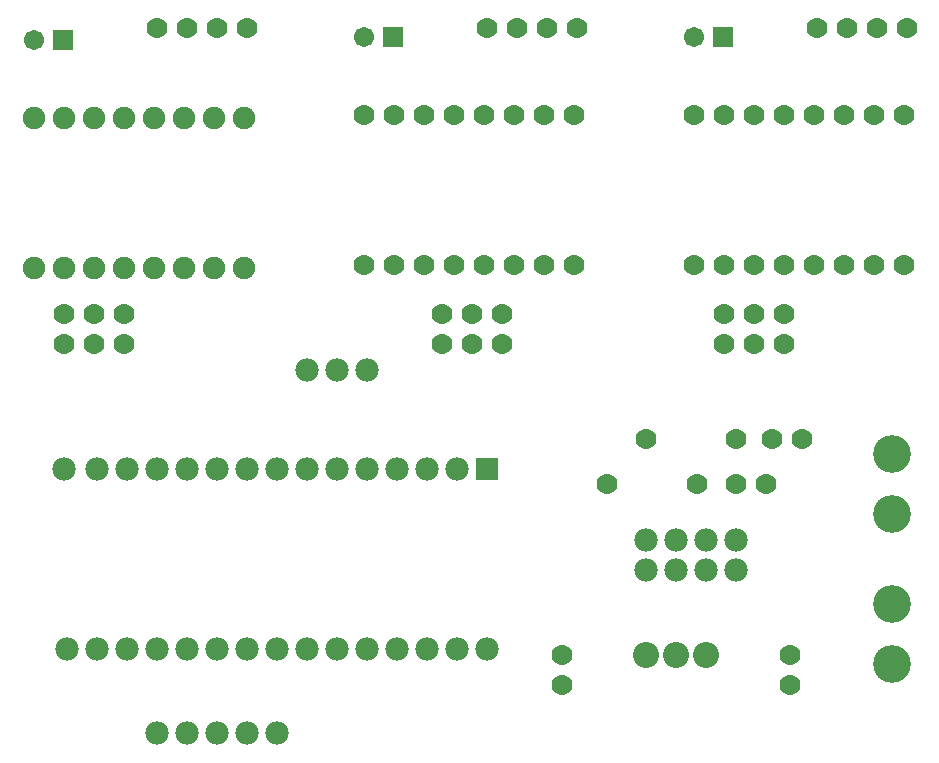
<source format=gts>
G04 ---------------------------- Layer name :TOP SOLDER LAYER*
G04 EasyEDA v5.7.26, Sat, 13 Oct 2018 08:52:39 GMT*
G04 b01a3295a99c462aa78e2ea4a40ec62e*
G04 Gerber Generator version 0.2*
G04 Scale: 100 percent, Rotated: No, Reflected: No *
G04 Dimensions in millimeters *
G04 leading zeros omitted , absolute positions ,3 integer and 3 decimal *
%FSLAX33Y33*%
%MOMM*%
G90*
G71D02*

%ADD14C,1.903197*%
%ADD15R,1.981200X1.981200*%
%ADD16C,1.981200*%
%ADD17C,1.703197*%
%ADD18R,1.703197X1.703197*%
%ADD19C,1.773199*%
%ADD20C,3.203194*%
%ADD21C,2.203196*%
%ADD22C,1.773197*%

%LPD*%
G54D14*
G01X11938Y55118D03*
G01X9398Y55118D03*
G01X6858Y55118D03*
G01X14478Y55118D03*
G01X17018Y55118D03*
G01X19558Y55118D03*
G01X22098Y55118D03*
G01X24638Y55118D03*
G01X24638Y42418D03*
G01X22098Y42418D03*
G01X19558Y42418D03*
G01X17018Y42418D03*
G01X14478Y42418D03*
G01X11938Y42418D03*
G01X9398Y42418D03*
G01X6858Y42418D03*
G54D15*
G01X45212Y25400D03*
G54D16*
G01X42672Y25400D03*
G01X40132Y25400D03*
G01X37592Y25400D03*
G01X35052Y25400D03*
G01X32512Y25400D03*
G01X29972Y25400D03*
G01X27432Y25400D03*
G01X24892Y25400D03*
G01X22352Y25400D03*
G01X19812Y25400D03*
G01X17272Y25400D03*
G01X14732Y25400D03*
G01X12192Y25400D03*
G01X9398Y25400D03*
G01X45212Y10160D03*
G01X42672Y10160D03*
G01X40132Y10160D03*
G01X37592Y10160D03*
G01X35052Y10160D03*
G01X32512Y10160D03*
G01X29972Y10160D03*
G01X27432Y10160D03*
G01X24892Y10160D03*
G01X22352Y10160D03*
G01X19812Y10160D03*
G01X17272Y10160D03*
G01X14732Y10160D03*
G01X12192Y10160D03*
G01X9652Y10160D03*
G54D17*
G01X6858Y61722D03*
G54D18*
G01X9357Y61722D03*
G54D19*
G01X39878Y55372D03*
G01X37338Y55372D03*
G01X34798Y55372D03*
G01X42418Y55372D03*
G01X44958Y55372D03*
G01X47498Y55372D03*
G01X50038Y55372D03*
G01X52578Y55372D03*
G01X52578Y42672D03*
G01X50038Y42672D03*
G01X47498Y42672D03*
G01X44958Y42672D03*
G01X42418Y42672D03*
G01X39878Y42672D03*
G01X37338Y42672D03*
G01X34798Y42672D03*
G54D17*
G01X34798Y61976D03*
G54D18*
G01X37297Y61976D03*
G54D19*
G01X67818Y55372D03*
G01X65278Y55372D03*
G01X62738Y55372D03*
G01X70358Y55372D03*
G01X72898Y55372D03*
G01X75438Y55372D03*
G01X77978Y55372D03*
G01X80518Y55372D03*
G01X80518Y42672D03*
G01X77978Y42672D03*
G01X75438Y42672D03*
G01X72898Y42672D03*
G01X70358Y42672D03*
G01X67818Y42672D03*
G01X65278Y42672D03*
G01X62738Y42672D03*
G54D17*
G01X62738Y61976D03*
G54D18*
G01X65237Y61976D03*
G54D20*
G01X79502Y26670D03*
G01X79502Y21590D03*
G01X79502Y13970D03*
G01X79502Y8890D03*
G54D21*
G01X63754Y9652D03*
G01X61214Y9652D03*
G01X58674Y9652D03*
G54D19*
G01X58674Y27940D03*
G01X66294Y27940D03*
G01X55372Y24130D03*
G01X62992Y24130D03*
G54D22*
G01X73152Y62738D03*
G01X75692Y62738D03*
G01X78232Y62738D03*
G01X80772Y62738D03*
G01X45212Y62738D03*
G01X47752Y62738D03*
G01X50292Y62738D03*
G01X52832Y62738D03*
G54D19*
G01X17272Y62738D03*
G01X19812Y62738D03*
G01X22352Y62738D03*
G54D22*
G01X24892Y62738D03*
G54D19*
G01X9398Y38521D03*
G01X11938Y38521D03*
G01X14478Y38521D03*
G01X9398Y35981D03*
G01X11938Y35981D03*
G01X14478Y35981D03*
G01X41402Y38521D03*
G01X43942Y38521D03*
G01X46482Y38521D03*
G01X41402Y35981D03*
G01X43942Y35981D03*
G01X46482Y35981D03*
G01X65278Y38521D03*
G01X67818Y38521D03*
G01X70358Y38521D03*
G01X65278Y35981D03*
G01X67818Y35981D03*
G01X70358Y35981D03*
G54D16*
G01X27432Y3048D03*
G01X24892Y3048D03*
G01X22352Y3048D03*
G01X19812Y3048D03*
G01X17272Y3048D03*
G01X35052Y33827D03*
G01X32512Y33827D03*
G01X29972Y33827D03*
G01X66294Y16855D03*
G01X63754Y16855D03*
G01X61214Y16855D03*
G01X58674Y16855D03*
G01X66294Y19395D03*
G01X63754Y19395D03*
G01X61214Y19395D03*
G01X58674Y19395D03*
G54D19*
G01X66294Y24130D03*
G01X68834Y24130D03*
G01X69342Y27940D03*
G01X71882Y27940D03*
G01X51562Y9652D03*
G01X51562Y7112D03*
G01X70866Y9652D03*
G01X70866Y7112D03*
M00*
M02*

</source>
